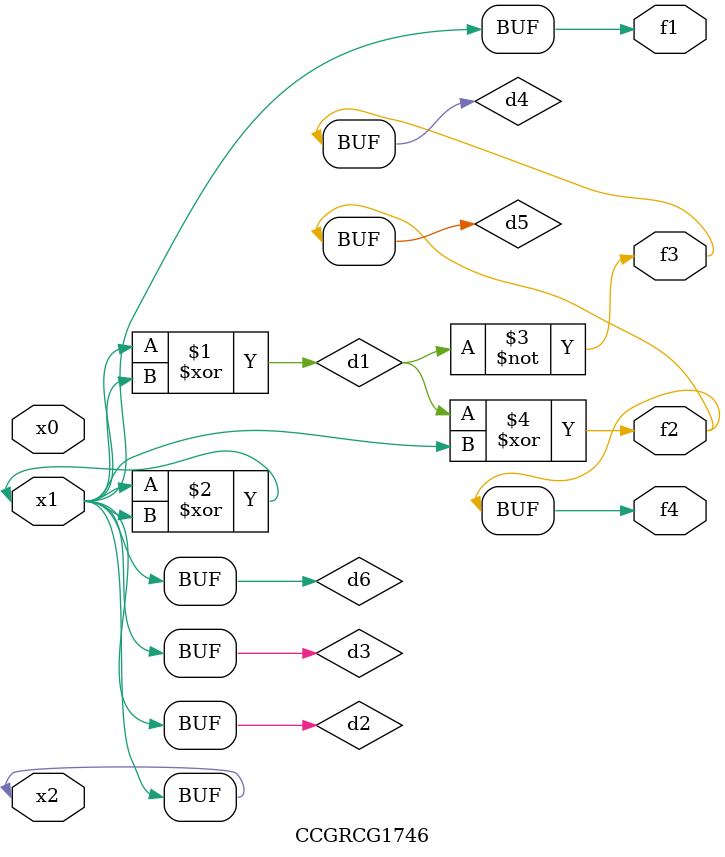
<source format=v>
module CCGRCG1746(
	input x0, x1, x2,
	output f1, f2, f3, f4
);

	wire d1, d2, d3, d4, d5, d6;

	xor (d1, x1, x2);
	buf (d2, x1, x2);
	xor (d3, x1, x2);
	nor (d4, d1);
	xor (d5, d1, d2);
	buf (d6, d2, d3);
	assign f1 = d6;
	assign f2 = d5;
	assign f3 = d4;
	assign f4 = d5;
endmodule

</source>
